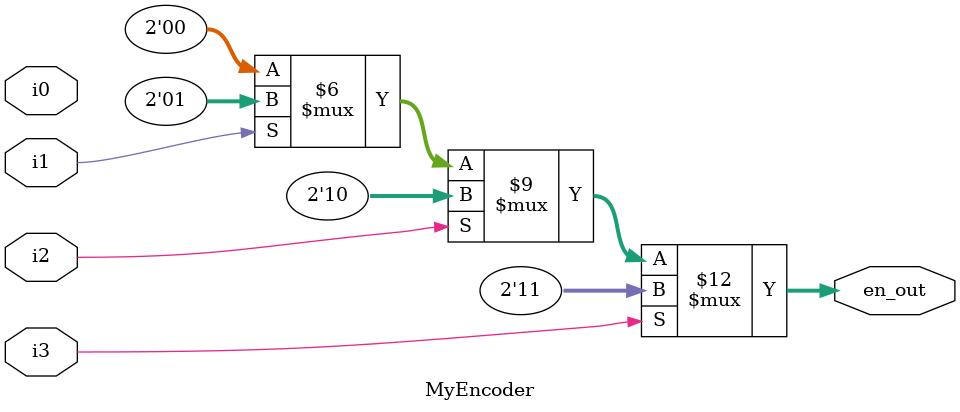
<source format=v>
module MyEncoder(i0,i1,i2,i3,en_out);
input i0,i1,i2,i3;
output [1:0] en_out;
reg [1:0] en_out;
always @ ( i0 or i1 or i2 or i3 )
	if(i3 == 1'b1)
	  en_out <= 2'b11;
	else if(i2 == 1'b1)
	  en_out <= 2'b10;
	else if(i1 == 1'b1)
	  en_out <= 2'b01;
	else 
	  en_out <= 2'b00;
endmodule 

</source>
